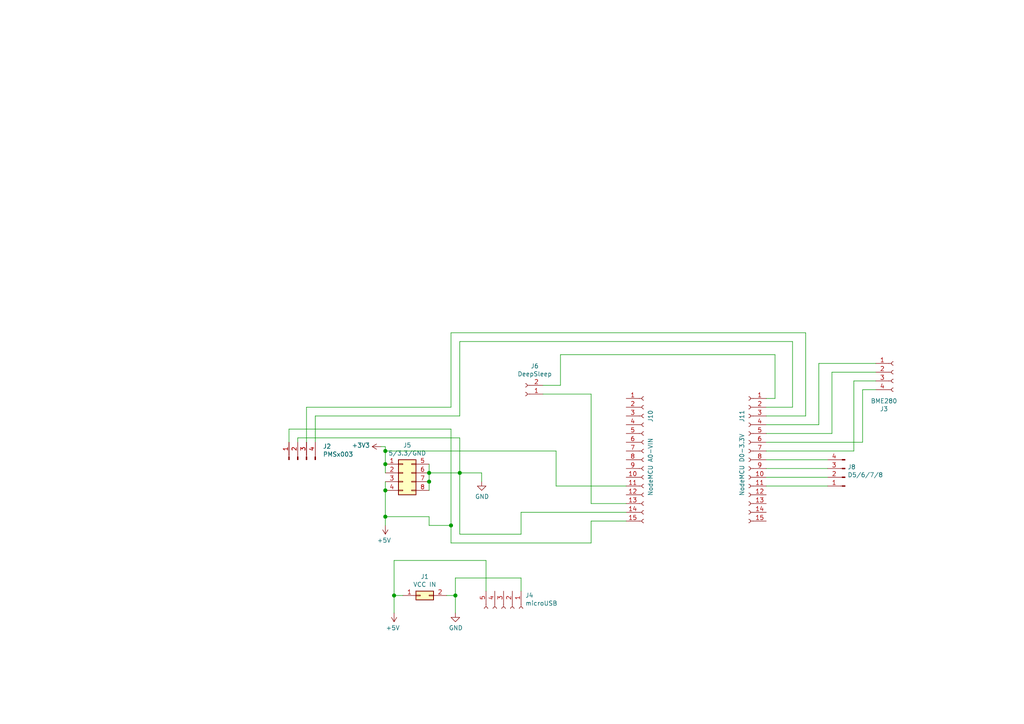
<source format=kicad_sch>
(kicad_sch (version 20210126) (generator eeschema)
  (paper "A4")
  (lib_symbols
    (symbol "Connector:Conn_01x02_Female" (pin_names (offset 1.016) hide)
      (property "Reference" "J" (at 0 2.54 0))
      (property "Value" "Conn_01x02_Female" (at 0 -5.08 0))
      (symbol "Conn_01x02_Female_1_1"
        (arc (start 0 -2.032) (end 0 -3.048) (radius (at 0 -2.54) (length 0.508) (angles 90.1 -90.1)) (stroke (width 0.1524)))
        (arc (start 0 0.508) (end 0 -0.508) (radius (at 0 0) (length 0.508) (angles 90.1 -90.1)) (stroke (width 0.1524)))
        (polyline (pts (xy -1.27 -2.54) (xy -0.508 -2.54)) (stroke (width 0.1524)))
        (polyline (pts (xy -1.27 0) (xy -0.508 0)) (stroke (width 0.1524)))
        (pin passive line (at -5.08 0 0) (length 3.81) (name "Pin_1") (number "1"))
        (pin passive line (at -5.08 -2.54 0) (length 3.81) (name "Pin_2") (number "2"))
      )
    )
    (symbol "Connector:Conn_01x04_Female" (pin_names (offset 1.016) hide)
      (property "Reference" "J" (at 0 5.08 0))
      (property "Value" "Conn_01x04_Female" (at 0 -7.62 0))
      (symbol "Conn_01x04_Female_1_1"
        (arc (start 0 -4.572) (end 0 -5.588) (radius (at 0 -5.08) (length 0.508) (angles 90.1 -90.1)) (stroke (width 0.1524)))
        (arc (start 0 -2.032) (end 0 -3.048) (radius (at 0 -2.54) (length 0.508) (angles 90.1 -90.1)) (stroke (width 0.1524)))
        (arc (start 0 0.508) (end 0 -0.508) (radius (at 0 0) (length 0.508) (angles 90.1 -90.1)) (stroke (width 0.1524)))
        (arc (start 0 3.048) (end 0 2.032) (radius (at 0 2.54) (length 0.508) (angles 90.1 -90.1)) (stroke (width 0.1524)))
        (polyline (pts (xy -1.27 -5.08) (xy -0.508 -5.08)) (stroke (width 0.1524)))
        (polyline (pts (xy -1.27 -2.54) (xy -0.508 -2.54)) (stroke (width 0.1524)))
        (polyline (pts (xy -1.27 0) (xy -0.508 0)) (stroke (width 0.1524)))
        (polyline (pts (xy -1.27 2.54) (xy -0.508 2.54)) (stroke (width 0.1524)))
        (pin passive line (at -5.08 2.54 0) (length 3.81) (name "Pin_1") (number "1"))
        (pin passive line (at -5.08 0 0) (length 3.81) (name "Pin_2") (number "2"))
        (pin passive line (at -5.08 -2.54 0) (length 3.81) (name "Pin_3") (number "3"))
        (pin passive line (at -5.08 -5.08 0) (length 3.81) (name "Pin_4") (number "4"))
      )
    )
    (symbol "Connector:Conn_01x04_Male" (pin_names (offset 1.016) hide)
      (property "Reference" "J" (at 0 5.08 0))
      (property "Value" "Conn_01x04_Male" (at 0 -7.62 0))
      (symbol "Conn_01x04_Male_1_1"
        (rectangle (start 0.8636 -4.953) (end 0 -5.207) (stroke (width 0.1524)) (fill (type outline)))
        (rectangle (start 0.8636 -2.413) (end 0 -2.667) (stroke (width 0.1524)) (fill (type outline)))
        (rectangle (start 0.8636 0.127) (end 0 -0.127) (stroke (width 0.1524)) (fill (type outline)))
        (rectangle (start 0.8636 2.667) (end 0 2.413) (stroke (width 0.1524)) (fill (type outline)))
        (polyline (pts (xy 1.27 -5.08) (xy 0.8636 -5.08)) (stroke (width 0.1524)))
        (polyline (pts (xy 1.27 -2.54) (xy 0.8636 -2.54)) (stroke (width 0.1524)))
        (polyline (pts (xy 1.27 0) (xy 0.8636 0)) (stroke (width 0.1524)))
        (polyline (pts (xy 1.27 2.54) (xy 0.8636 2.54)) (stroke (width 0.1524)))
        (pin passive line (at 5.08 2.54 180) (length 3.81) (name "Pin_1") (number "1"))
        (pin passive line (at 5.08 0 180) (length 3.81) (name "Pin_2") (number "2"))
        (pin passive line (at 5.08 -2.54 180) (length 3.81) (name "Pin_3") (number "3"))
        (pin passive line (at 5.08 -5.08 180) (length 3.81) (name "Pin_4") (number "4"))
      )
    )
    (symbol "Connector:Conn_01x05_Female" (pin_names (offset 1.016) hide)
      (property "Reference" "J" (at 0 7.62 0))
      (property "Value" "Conn_01x05_Female" (at 0 -7.62 0))
      (symbol "Conn_01x05_Female_1_1"
        (arc (start 0 -4.572) (end 0 -5.588) (radius (at 0 -5.08) (length 0.508) (angles 90.1 -90.1)) (stroke (width 0.1524)))
        (arc (start 0 -2.032) (end 0 -3.048) (radius (at 0 -2.54) (length 0.508) (angles 90.1 -90.1)) (stroke (width 0.1524)))
        (arc (start 0 0.508) (end 0 -0.508) (radius (at 0 0) (length 0.508) (angles 90.1 -90.1)) (stroke (width 0.1524)))
        (arc (start 0 3.048) (end 0 2.032) (radius (at 0 2.54) (length 0.508) (angles 90.1 -90.1)) (stroke (width 0.1524)))
        (arc (start 0 5.588) (end 0 4.572) (radius (at 0 5.08) (length 0.508) (angles 90.1 -90.1)) (stroke (width 0.1524)))
        (polyline (pts (xy -1.27 -5.08) (xy -0.508 -5.08)) (stroke (width 0.1524)))
        (polyline (pts (xy -1.27 -2.54) (xy -0.508 -2.54)) (stroke (width 0.1524)))
        (polyline (pts (xy -1.27 0) (xy -0.508 0)) (stroke (width 0.1524)))
        (polyline (pts (xy -1.27 2.54) (xy -0.508 2.54)) (stroke (width 0.1524)))
        (polyline (pts (xy -1.27 5.08) (xy -0.508 5.08)) (stroke (width 0.1524)))
        (pin passive line (at -5.08 5.08 0) (length 3.81) (name "Pin_1") (number "1"))
        (pin passive line (at -5.08 2.54 0) (length 3.81) (name "Pin_2") (number "2"))
        (pin passive line (at -5.08 0 0) (length 3.81) (name "Pin_3") (number "3"))
        (pin passive line (at -5.08 -2.54 0) (length 3.81) (name "Pin_4") (number "4"))
        (pin passive line (at -5.08 -5.08 0) (length 3.81) (name "Pin_5") (number "5"))
      )
    )
    (symbol "Connector:Conn_01x15_Female" (pin_names (offset 1.016) hide)
      (property "Reference" "J" (at 0 20.32 0))
      (property "Value" "Conn_01x15_Female" (at 0 -20.32 0))
      (symbol "Conn_01x15_Female_1_1"
        (arc (start 0 -17.272) (end 0 -18.288) (radius (at 0 -17.78) (length 0.508) (angles 90.1 -90.1)) (stroke (width 0.1524)))
        (arc (start 0 -14.732) (end 0 -15.748) (radius (at 0 -15.24) (length 0.508) (angles 90.1 -90.1)) (stroke (width 0.1524)))
        (arc (start 0 -12.192) (end 0 -13.208) (radius (at 0 -12.7) (length 0.508) (angles 90.1 -90.1)) (stroke (width 0.1524)))
        (arc (start 0 -9.652) (end 0 -10.668) (radius (at 0 -10.16) (length 0.508) (angles 90.1 -90.1)) (stroke (width 0.1524)))
        (arc (start 0 -7.112) (end 0 -8.128) (radius (at 0 -7.62) (length 0.508) (angles 90.1 -90.1)) (stroke (width 0.1524)))
        (arc (start 0 -4.572) (end 0 -5.588) (radius (at 0 -5.08) (length 0.508) (angles 90.1 -90.1)) (stroke (width 0.1524)))
        (arc (start 0 -2.032) (end 0 -3.048) (radius (at 0 -2.54) (length 0.508) (angles 90.1 -90.1)) (stroke (width 0.1524)))
        (arc (start 0 0.508) (end 0 -0.508) (radius (at 0 0) (length 0.508) (angles 90.1 -90.1)) (stroke (width 0.1524)))
        (arc (start 0 3.048) (end 0 2.032) (radius (at 0 2.54) (length 0.508) (angles 90.1 -90.1)) (stroke (width 0.1524)))
        (arc (start 0 5.588) (end 0 4.572) (radius (at 0 5.08) (length 0.508) (angles 90.1 -90.1)) (stroke (width 0.1524)))
        (arc (start 0 8.128) (end 0 7.112) (radius (at 0 7.62) (length 0.508) (angles 90.1 -90.1)) (stroke (width 0.1524)))
        (arc (start 0 10.668) (end 0 9.652) (radius (at 0 10.16) (length 0.508) (angles 90.1 -90.1)) (stroke (width 0.1524)))
        (arc (start 0 13.208) (end 0 12.192) (radius (at 0 12.7) (length 0.508) (angles 90.1 -90.1)) (stroke (width 0.1524)))
        (arc (start 0 15.748) (end 0 14.732) (radius (at 0 15.24) (length 0.508) (angles 90.1 -90.1)) (stroke (width 0.1524)))
        (arc (start 0 18.288) (end 0 17.272) (radius (at 0 17.78) (length 0.508) (angles 90.1 -90.1)) (stroke (width 0.1524)))
        (polyline (pts (xy -1.27 -17.78) (xy -0.508 -17.78)) (stroke (width 0.1524)))
        (polyline (pts (xy -1.27 -15.24) (xy -0.508 -15.24)) (stroke (width 0.1524)))
        (polyline (pts (xy -1.27 -12.7) (xy -0.508 -12.7)) (stroke (width 0.1524)))
        (polyline (pts (xy -1.27 -10.16) (xy -0.508 -10.16)) (stroke (width 0.1524)))
        (polyline (pts (xy -1.27 -7.62) (xy -0.508 -7.62)) (stroke (width 0.1524)))
        (polyline (pts (xy -1.27 -5.08) (xy -0.508 -5.08)) (stroke (width 0.1524)))
        (polyline (pts (xy -1.27 -2.54) (xy -0.508 -2.54)) (stroke (width 0.1524)))
        (polyline (pts (xy -1.27 0) (xy -0.508 0)) (stroke (width 0.1524)))
        (polyline (pts (xy -1.27 2.54) (xy -0.508 2.54)) (stroke (width 0.1524)))
        (polyline (pts (xy -1.27 5.08) (xy -0.508 5.08)) (stroke (width 0.1524)))
        (polyline (pts (xy -1.27 7.62) (xy -0.508 7.62)) (stroke (width 0.1524)))
        (polyline (pts (xy -1.27 10.16) (xy -0.508 10.16)) (stroke (width 0.1524)))
        (polyline (pts (xy -1.27 12.7) (xy -0.508 12.7)) (stroke (width 0.1524)))
        (polyline (pts (xy -1.27 15.24) (xy -0.508 15.24)) (stroke (width 0.1524)))
        (polyline (pts (xy -1.27 17.78) (xy -0.508 17.78)) (stroke (width 0.1524)))
        (pin passive line (at -5.08 17.78 0) (length 3.81) (name "Pin_1") (number "1"))
        (pin passive line (at -5.08 -5.08 0) (length 3.81) (name "Pin_10") (number "10"))
        (pin passive line (at -5.08 -7.62 0) (length 3.81) (name "Pin_11") (number "11"))
        (pin passive line (at -5.08 -10.16 0) (length 3.81) (name "Pin_12") (number "12"))
        (pin passive line (at -5.08 -12.7 0) (length 3.81) (name "Pin_13") (number "13"))
        (pin passive line (at -5.08 -15.24 0) (length 3.81) (name "Pin_14") (number "14"))
        (pin passive line (at -5.08 -17.78 0) (length 3.81) (name "Pin_15") (number "15"))
        (pin passive line (at -5.08 15.24 0) (length 3.81) (name "Pin_2") (number "2"))
        (pin passive line (at -5.08 12.7 0) (length 3.81) (name "Pin_3") (number "3"))
        (pin passive line (at -5.08 10.16 0) (length 3.81) (name "Pin_4") (number "4"))
        (pin passive line (at -5.08 7.62 0) (length 3.81) (name "Pin_5") (number "5"))
        (pin passive line (at -5.08 5.08 0) (length 3.81) (name "Pin_6") (number "6"))
        (pin passive line (at -5.08 2.54 0) (length 3.81) (name "Pin_7") (number "7"))
        (pin passive line (at -5.08 0 0) (length 3.81) (name "Pin_8") (number "8"))
        (pin passive line (at -5.08 -2.54 0) (length 3.81) (name "Pin_9") (number "9"))
      )
    )
    (symbol "Connector_Generic:Conn_02x01" (pin_names (offset 1.016) hide)
      (property "Reference" "J" (at 1.27 2.54 0))
      (property "Value" "Conn_02x01" (at 1.27 -2.54 0))
      (symbol "Conn_02x01_1_1"
        (rectangle (start -1.27 0.127) (end 0 -0.127) (stroke (width 0.1524)))
        (rectangle (start -1.27 1.27) (end 3.81 -1.27) (stroke (width 0.254)) (fill (type background)))
        (rectangle (start 3.81 0.127) (end 2.54 -0.127) (stroke (width 0.1524)))
        (pin passive line (at -5.08 0 0) (length 3.81) (name "Pin_1") (number "1"))
        (pin passive line (at 7.62 0 180) (length 3.81) (name "Pin_2") (number "2"))
      )
    )
    (symbol "Connector_Generic:Conn_02x04_Top_Bottom" (pin_names (offset 1.016) hide)
      (property "Reference" "J" (at 1.27 5.08 0))
      (property "Value" "Conn_02x04_Top_Bottom" (at 1.27 -7.62 0))
      (symbol "Conn_02x04_Top_Bottom_1_1"
        (rectangle (start -1.27 -4.953) (end 0 -5.207) (stroke (width 0.1524)))
        (rectangle (start -1.27 -2.413) (end 0 -2.667) (stroke (width 0.1524)))
        (rectangle (start -1.27 2.667) (end 0 2.413) (stroke (width 0.1524)))
        (rectangle (start -1.27 3.81) (end 3.81 -6.35) (stroke (width 0.254)) (fill (type background)))
        (rectangle (start -1.27 0.127) (end 0 -0.127) (stroke (width 0.1524)))
        (rectangle (start 3.81 -4.953) (end 2.54 -5.207) (stroke (width 0.1524)))
        (rectangle (start 3.81 -2.413) (end 2.54 -2.667) (stroke (width 0.1524)))
        (rectangle (start 3.81 2.667) (end 2.54 2.413) (stroke (width 0.1524)))
        (rectangle (start 3.81 0.127) (end 2.54 -0.127) (stroke (width 0.1524)))
        (pin passive line (at -5.08 2.54 0) (length 3.81) (name "Pin_1") (number "1"))
        (pin passive line (at -5.08 0 0) (length 3.81) (name "Pin_2") (number "2"))
        (pin passive line (at -5.08 -2.54 0) (length 3.81) (name "Pin_3") (number "3"))
        (pin passive line (at -5.08 -5.08 0) (length 3.81) (name "Pin_4") (number "4"))
        (pin passive line (at 7.62 2.54 180) (length 3.81) (name "Pin_5") (number "5"))
        (pin passive line (at 7.62 0 180) (length 3.81) (name "Pin_6") (number "6"))
        (pin passive line (at 7.62 -2.54 180) (length 3.81) (name "Pin_7") (number "7"))
        (pin passive line (at 7.62 -5.08 180) (length 3.81) (name "Pin_8") (number "8"))
      )
    )
    (symbol "power:+3.3V" (power) (pin_names (offset 0))
      (property "Value" "+3.3V" (at 0 3.556 0))
      (symbol "+3.3V_0_1"
        (polyline (pts (xy -0.762 1.27) (xy 0 2.54)))
        (polyline (pts (xy 0 0) (xy 0 2.54)))
        (polyline (pts (xy 0 2.54) (xy 0.762 1.27)))
      )
      (symbol "+3.3V_1_1"
        (pin power_in line (at 0 0 90) (length 0) hide (name "+3V3") (number "1"))
      )
    )
    (symbol "power:+5V" (power) (pin_names (offset 0))
      (property "Value" "+5V" (at 0 3.556 0))
      (symbol "+5V_0_1"
        (polyline (pts (xy -0.762 1.27) (xy 0 2.54)))
        (polyline (pts (xy 0 0) (xy 0 2.54)))
        (polyline (pts (xy 0 2.54) (xy 0.762 1.27)))
      )
      (symbol "+5V_1_1"
        (pin power_in line (at 0 0 90) (length 0) hide (name "+5V") (number "1"))
      )
    )
    (symbol "power:GND" (power) (pin_names (offset 0))
      (property "Value" "GND" (at 0 -3.81 0))
      (symbol "GND_0_1"
        (polyline (pts (xy 0 0) (xy 0 -1.27) (xy 1.27 -1.27) (xy 0 -2.54) (xy -1.27 -1.27) (xy 0 -1.27)))
      )
      (symbol "GND_1_1"
        (pin power_in line (at 0 0 270) (length 0) hide (name "GND") (number "1"))
      )
    )
  )
  (junction (at 111.76 130.81) (diameter 1.016))
  (junction (at 111.76 134.62) (diameter 1.016))
  (junction (at 111.76 142.24) (diameter 1.016))
  (junction (at 111.76 149.86) (diameter 1.016))
  (junction (at 114.3 172.72) (diameter 1.016))
  (junction (at 124.46 137.16) (diameter 1.016))
  (junction (at 124.46 139.7) (diameter 1.016))
  (junction (at 130.81 152.4) (diameter 1.016))
  (junction (at 132.08 172.72) (diameter 1.016))
  (junction (at 133.35 137.16) (diameter 1.016))
  (wire (pts (xy 83.82 124.46) (xy 83.82 128.27)))
  (wire (pts (xy 86.36 127) (xy 86.36 128.27)))
  (wire (pts (xy 88.9 118.11) (xy 88.9 128.27)))
  (wire (pts (xy 91.44 120.65) (xy 133.35 120.65)))
  (wire (pts (xy 91.44 128.27) (xy 91.44 120.65)))
  (wire (pts (xy 110.49 129.54) (xy 111.76 129.54)))
  (wire (pts (xy 111.76 129.54) (xy 111.76 130.81)))
  (wire (pts (xy 111.76 130.81) (xy 161.29 130.81)))
  (wire (pts (xy 111.76 134.62) (xy 111.76 130.81)))
  (wire (pts (xy 111.76 134.62) (xy 111.76 137.16)))
  (wire (pts (xy 111.76 139.7) (xy 111.76 142.24)))
  (wire (pts (xy 111.76 142.24) (xy 111.76 149.86)))
  (wire (pts (xy 111.76 149.86) (xy 111.76 152.4)))
  (wire (pts (xy 111.76 149.86) (xy 124.46 149.86)))
  (wire (pts (xy 114.3 162.56) (xy 114.3 172.72)))
  (wire (pts (xy 114.3 172.72) (xy 114.3 177.8)))
  (wire (pts (xy 116.84 172.72) (xy 114.3 172.72)))
  (wire (pts (xy 124.46 134.62) (xy 124.46 137.16)))
  (wire (pts (xy 124.46 137.16) (xy 124.46 139.7)))
  (wire (pts (xy 124.46 137.16) (xy 133.35 137.16)))
  (wire (pts (xy 124.46 139.7) (xy 124.46 142.24)))
  (wire (pts (xy 124.46 149.86) (xy 124.46 152.4)))
  (wire (pts (xy 124.46 152.4) (xy 130.81 152.4)))
  (wire (pts (xy 130.81 96.52) (xy 130.81 118.11)))
  (wire (pts (xy 130.81 96.52) (xy 233.68 96.52)))
  (wire (pts (xy 130.81 118.11) (xy 88.9 118.11)))
  (wire (pts (xy 130.81 124.46) (xy 83.82 124.46)))
  (wire (pts (xy 130.81 124.46) (xy 130.81 152.4)))
  (wire (pts (xy 130.81 152.4) (xy 130.81 157.48)))
  (wire (pts (xy 132.08 167.64) (xy 132.08 172.72)))
  (wire (pts (xy 132.08 172.72) (xy 129.54 172.72)))
  (wire (pts (xy 132.08 177.8) (xy 132.08 172.72)))
  (wire (pts (xy 133.35 99.06) (xy 229.87 99.06)))
  (wire (pts (xy 133.35 120.65) (xy 133.35 99.06)))
  (wire (pts (xy 133.35 127) (xy 86.36 127)))
  (wire (pts (xy 133.35 137.16) (xy 133.35 127)))
  (wire (pts (xy 133.35 137.16) (xy 139.7 137.16)))
  (wire (pts (xy 133.35 154.94) (xy 133.35 137.16)))
  (wire (pts (xy 139.7 137.16) (xy 139.7 139.7)))
  (wire (pts (xy 140.97 162.56) (xy 114.3 162.56)))
  (wire (pts (xy 140.97 171.45) (xy 140.97 162.56)))
  (wire (pts (xy 151.13 148.59) (xy 151.13 154.94)))
  (wire (pts (xy 151.13 148.59) (xy 181.61 148.59)))
  (wire (pts (xy 151.13 154.94) (xy 133.35 154.94)))
  (wire (pts (xy 151.13 167.64) (xy 132.08 167.64)))
  (wire (pts (xy 151.13 171.45) (xy 151.13 167.64)))
  (wire (pts (xy 157.48 111.76) (xy 162.56 111.76)))
  (wire (pts (xy 161.29 130.81) (xy 161.29 140.97)))
  (wire (pts (xy 161.29 140.97) (xy 181.61 140.97)))
  (wire (pts (xy 162.56 102.87) (xy 162.56 111.76)))
  (wire (pts (xy 171.45 114.3) (xy 157.48 114.3)))
  (wire (pts (xy 171.45 146.05) (xy 171.45 114.3)))
  (wire (pts (xy 171.45 151.13) (xy 171.45 157.48)))
  (wire (pts (xy 171.45 151.13) (xy 181.61 151.13)))
  (wire (pts (xy 171.45 157.48) (xy 130.81 157.48)))
  (wire (pts (xy 181.61 146.05) (xy 171.45 146.05)))
  (wire (pts (xy 222.25 115.57) (xy 224.79 115.57)))
  (wire (pts (xy 222.25 128.27) (xy 250.19 128.27)))
  (wire (pts (xy 222.25 130.81) (xy 247.65 130.81)))
  (wire (pts (xy 222.25 133.35) (xy 240.03 133.35)))
  (wire (pts (xy 222.25 135.89) (xy 240.03 135.89)))
  (wire (pts (xy 222.25 138.43) (xy 240.03 138.43)))
  (wire (pts (xy 222.25 140.97) (xy 240.03 140.97)))
  (wire (pts (xy 224.79 102.87) (xy 162.56 102.87)))
  (wire (pts (xy 224.79 115.57) (xy 224.79 102.87)))
  (wire (pts (xy 229.87 99.06) (xy 229.87 118.11)))
  (wire (pts (xy 229.87 118.11) (xy 222.25 118.11)))
  (wire (pts (xy 233.68 96.52) (xy 233.68 120.65)))
  (wire (pts (xy 233.68 120.65) (xy 222.25 120.65)))
  (wire (pts (xy 237.49 105.41) (xy 237.49 123.19)))
  (wire (pts (xy 237.49 105.41) (xy 254 105.41)))
  (wire (pts (xy 237.49 123.19) (xy 222.25 123.19)))
  (wire (pts (xy 241.3 107.95) (xy 241.3 125.73)))
  (wire (pts (xy 241.3 107.95) (xy 254 107.95)))
  (wire (pts (xy 241.3 125.73) (xy 222.25 125.73)))
  (wire (pts (xy 247.65 110.49) (xy 247.65 130.81)))
  (wire (pts (xy 247.65 110.49) (xy 254 110.49)))
  (wire (pts (xy 250.19 113.03) (xy 250.19 128.27)))
  (wire (pts (xy 250.19 113.03) (xy 254 113.03)))
  (symbol (lib_id "power:+3.3V") (at 110.49 129.54 90) (unit 1)
    (property "Reference" "#PWR0101" (effects hide))
    (property "Value" "+3.3V" (at 107.3149 129.1717 90) (effects (justify left)))
  )
  (symbol (lib_id "power:+5V") (at 111.76 152.4 180) (unit 1)
    (property "Reference" "#PWR0103" (effects hide))
    (property "Value" "+5V" (at 111.3917 156.7244 0))
  )
  (symbol (lib_id "power:+5V") (at 114.3 177.8 180) (unit 1)
    (property "Reference" "#PWR0104" (effects hide))
    (property "Value" "+5V" (at 113.9317 182.1244 0))
  )
  (symbol (lib_id "power:GND") (at 132.08 177.8 0) (unit 1)
    (property "Reference" "#PWR0105" (effects hide))
    (property "Value" "GND" (at 132.1943 182.1244 0))
  )
  (symbol (lib_id "power:GND") (at 139.7 139.7 0) (unit 1)
    (property "Reference" "#PWR0102" (effects hide))
    (property "Value" "GND" (at 139.8143 144.0244 0))
  )
  (symbol (lib_id "Connector:Conn_01x02_Female") (at 152.4 114.3 180) (unit 1)
    (property "Reference" "J6" (at 155.092 106.178 0))
    (property "Value" "DeepSleep" (at 155.092 108.477 0))
    (property "Footprint" "Connector_PinHeader_2.54mm:PinHeader_1x02_P2.54mm_Vertical" (effects hide))
  )
  (symbol (lib_id "Connector_Generic:Conn_02x01") (at 121.92 172.72 0) (unit 1)
    (property "Reference" "J1" (at 123.19 167.24 0))
    (property "Value" "VCC IN" (at 123.19 169.539 0))
    (property "Footprint" "Connector_PinHeader_2.54mm:PinHeader_1x02_P2.54mm_Vertical" (effects hide))
  )
  (symbol (lib_id "Connector:Conn_01x04_Male") (at 86.36 133.35 90) (unit 1)
    (property "Reference" "J2" (at 93.6498 129.4638 90) (effects (justify right)))
    (property "Value" "PMSx003" (at 93.6498 131.7752 90) (effects (justify right)))
    (property "Footprint" "Connector_PinHeader_2.54mm:PinHeader_1x04_P2.54mm_Vertical" (effects hide))
  )
  (symbol (lib_id "Connector:Conn_01x04_Male") (at 245.11 138.43 180) (unit 1)
    (property "Reference" "J8" (at 245.821 135.452 0) (effects (justify right)))
    (property "Value" "D5/6/7/8" (at 245.821 137.75 0) (effects (justify right)))
    (property "Footprint" "Connector_PinHeader_2.54mm:PinHeader_1x04_P2.54mm_Vertical" (effects hide))
  )
  (symbol (lib_id "Connector:Conn_01x04_Female") (at 259.08 107.95 0) (unit 1)
    (property "Reference" "J3" (at 256.388 118.612 0))
    (property "Value" "BME280" (at 256.388 116.313 0))
    (property "Footprint" "Connector_PinHeader_2.54mm:PinHeader_1x04_P2.54mm_Vertical" (effects hide))
  )
  (symbol (lib_id "Connector:Conn_01x05_Female") (at 146.05 176.53 270) (unit 1)
    (property "Reference" "J4" (at 152.349 172.688 90) (effects (justify left)))
    (property "Value" "microUSB" (at 152.349 174.987 90) (effects (justify left)))
    (property "Footprint" "Connector_PinHeader_2.54mm:PinHeader_1x05_P2.54mm_Vertical" (effects hide))
  )
  (symbol (lib_id "Connector_Generic:Conn_02x04_Top_Bottom") (at 116.84 137.16 0) (unit 1)
    (property "Reference" "J5" (at 118.11 129.14 0))
    (property "Value" "5/3.3/GND" (at 118.11 131.439 0))
    (property "Footprint" "Connector_PinHeader_2.54mm:PinHeader_2x04_P2.54mm_Vertical" (effects hide))
  )
  (symbol (lib_id "Connector:Conn_01x15_Female") (at 186.69 133.35 0) (unit 1)
    (property "Reference" "J10" (at 188.671 122.498 90) (effects (justify left)))
    (property "Value" "NodeMCU A0-VIN" (at 188.671 143.846 90) (effects (justify left)))
    (property "Footprint" "Connector_PinHeader_2.54mm:PinHeader_1x15_P2.54mm_Vertical" (effects hide))
  )
  (symbol (lib_id "Connector:Conn_01x15_Female") (at 217.17 133.35 0) (mirror y) (unit 1)
    (property "Reference" "J11" (at 215.189 122.498 90) (effects (justify left)))
    (property "Value" "NodeMCU D0-3.3V" (at 215.189 143.846 90) (effects (justify left)))
    (property "Footprint" "Connector_PinHeader_2.54mm:PinHeader_1x15_P2.54mm_Vertical" (effects hide))
  )
)
</source>
